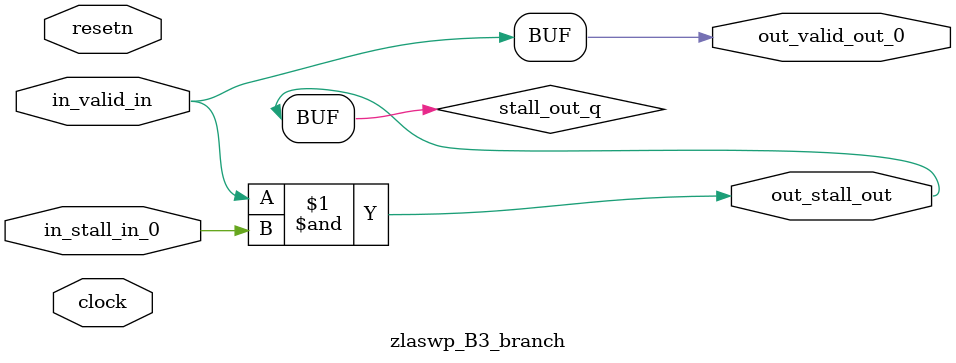
<source format=sv>



(* altera_attribute = "-name AUTO_SHIFT_REGISTER_RECOGNITION OFF; -name MESSAGE_DISABLE 10036; -name MESSAGE_DISABLE 10037; -name MESSAGE_DISABLE 14130; -name MESSAGE_DISABLE 14320; -name MESSAGE_DISABLE 15400; -name MESSAGE_DISABLE 14130; -name MESSAGE_DISABLE 10036; -name MESSAGE_DISABLE 12020; -name MESSAGE_DISABLE 12030; -name MESSAGE_DISABLE 12010; -name MESSAGE_DISABLE 12110; -name MESSAGE_DISABLE 14320; -name MESSAGE_DISABLE 13410; -name MESSAGE_DISABLE 113007; -name MESSAGE_DISABLE 10958" *)
module zlaswp_B3_branch (
    input wire [0:0] in_stall_in_0,
    input wire [0:0] in_valid_in,
    output wire [0:0] out_stall_out,
    output wire [0:0] out_valid_out_0,
    input wire clock,
    input wire resetn
    );

    wire [0:0] stall_out_q;


    // stall_out(LOGICAL,6)
    assign stall_out_q = in_valid_in & in_stall_in_0;

    // out_stall_out(GPOUT,4)
    assign out_stall_out = stall_out_q;

    // out_valid_out_0(GPOUT,5)
    assign out_valid_out_0 = in_valid_in;

endmodule

</source>
